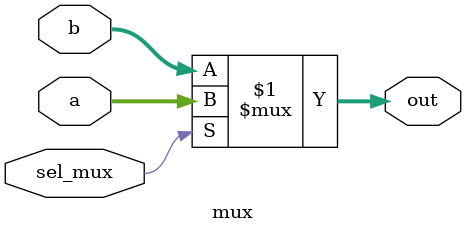
<source format=sv>
`timescale 1ns / 1ps


module mux(
    input [15:0] a,
    input [15:0] b,
    input sel_mux,
    output [15:0] out
    );
    
    assign out = sel_mux ? a : b;
endmodule

</source>
